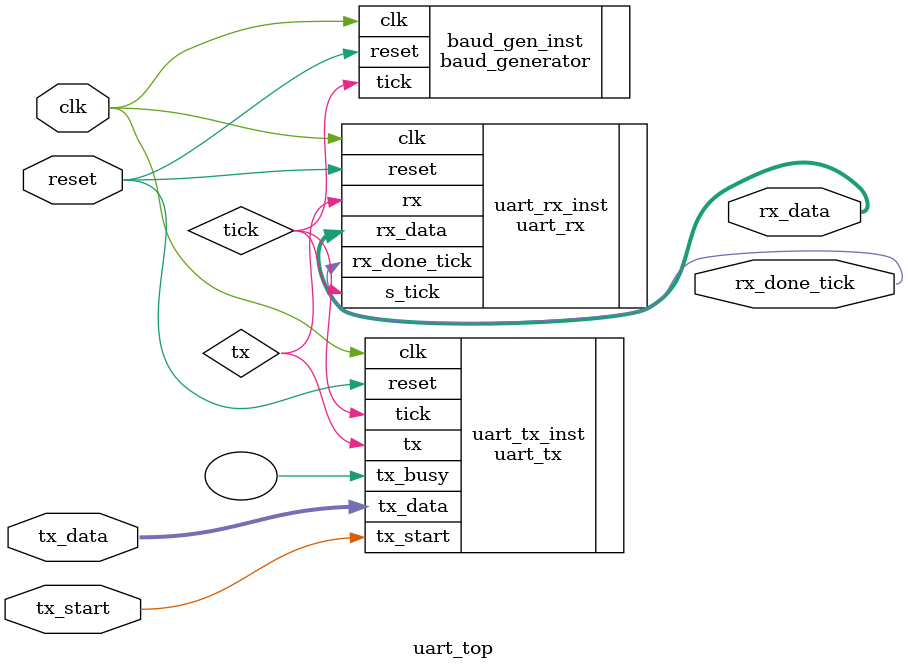
<source format=v>
module uart_top (
    input wire clk,
    input wire reset,
    input wire tx_start,
    input wire [7:0] tx_data,
    
    output wire [7:0] rx_data,
    output wire rx_done_tick
);

    // Internal wires
    wire tick;
    wire tx;

    // Baud Generator Instance
    baud_generator #(
        .CLOCK_FREQ(50000000),
        .BAUD_RATE(9600)
    ) baud_gen_inst (
        .clk(clk),
        .reset(reset),
        .tick(tick)
    );

    // UART Transmitter Instance
    uart_tx #(
        .DATA_BITS(8)
    ) uart_tx_inst (
        .clk(clk),
        .reset(reset),
        .tx_start(tx_start),
        .tx_data(tx_data),
        .tick(tick),
        .tx(tx),
        .tx_busy() // optional
    );

    // UART Receiver Instance
    uart_rx #(
        .DATA_BITS(8)
    ) uart_rx_inst (
        .clk(clk),
        .reset(reset),
        .s_tick(tick),
        .rx(tx),  // loopback from TX
        .rx_data(rx_data),
        .rx_done_tick(rx_done_tick)
    );

endmodule

</source>
